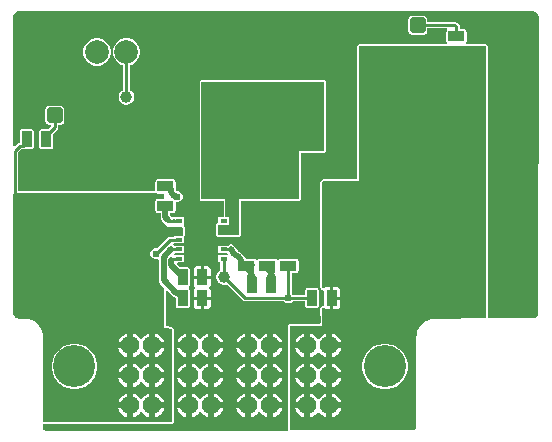
<source format=gbr>
%TF.GenerationSoftware,Altium Limited,Altium Designer,24.2.2 (26)*%
G04 Layer_Physical_Order=1*
G04 Layer_Color=255*
%FSLAX45Y45*%
%MOMM*%
%TF.SameCoordinates,3B1DD697-BB8E-4966-B076-04D6E0BCF24A*%
%TF.FilePolarity,Positive*%
%TF.FileFunction,Copper,L1,Top,Signal*%
%TF.Part,Single*%
G01*
G75*
%TA.AperFunction,SMDPad,CuDef*%
%ADD10R,1.30000X1.30000*%
%ADD11R,4.60000X3.40000*%
G04:AMPARAMS|DCode=12|XSize=1.6mm|YSize=3mm|CornerRadius=0.12mm|HoleSize=0mm|Usage=FLASHONLY|Rotation=180.000|XOffset=0mm|YOffset=0mm|HoleType=Round|Shape=RoundedRectangle|*
%AMROUNDEDRECTD12*
21,1,1.60000,2.76000,0,0,180.0*
21,1,1.36000,3.00000,0,0,180.0*
1,1,0.24000,-0.68000,1.38000*
1,1,0.24000,0.68000,1.38000*
1,1,0.24000,0.68000,-1.38000*
1,1,0.24000,-0.68000,-1.38000*
%
%ADD12ROUNDEDRECTD12*%
G04:AMPARAMS|DCode=13|XSize=1.4mm|YSize=0.9mm|CornerRadius=0.0675mm|HoleSize=0mm|Usage=FLASHONLY|Rotation=270.000|XOffset=0mm|YOffset=0mm|HoleType=Round|Shape=RoundedRectangle|*
%AMROUNDEDRECTD13*
21,1,1.40000,0.76500,0,0,270.0*
21,1,1.26500,0.90000,0,0,270.0*
1,1,0.13500,-0.38250,-0.63250*
1,1,0.13500,-0.38250,0.63250*
1,1,0.13500,0.38250,0.63250*
1,1,0.13500,0.38250,-0.63250*
%
%ADD13ROUNDEDRECTD13*%
G04:AMPARAMS|DCode=14|XSize=1.4mm|YSize=0.9mm|CornerRadius=0.0675mm|HoleSize=0mm|Usage=FLASHONLY|Rotation=0.000|XOffset=0mm|YOffset=0mm|HoleType=Round|Shape=RoundedRectangle|*
%AMROUNDEDRECTD14*
21,1,1.40000,0.76500,0,0,0.0*
21,1,1.26500,0.90000,0,0,0.0*
1,1,0.13500,0.63250,-0.38250*
1,1,0.13500,-0.63250,-0.38250*
1,1,0.13500,-0.63250,0.38250*
1,1,0.13500,0.63250,0.38250*
%
%ADD14ROUNDEDRECTD14*%
%ADD15C,1.00000*%
%ADD16R,3.30000X3.17500*%
G04:AMPARAMS|DCode=17|XSize=1.3mm|YSize=1.3mm|CornerRadius=0.13mm|HoleSize=0mm|Usage=FLASHONLY|Rotation=180.000|XOffset=0mm|YOffset=0mm|HoleType=Round|Shape=RoundedRectangle|*
%AMROUNDEDRECTD17*
21,1,1.30000,1.04000,0,0,180.0*
21,1,1.04000,1.30000,0,0,180.0*
1,1,0.26000,-0.52000,0.52000*
1,1,0.26000,0.52000,0.52000*
1,1,0.26000,0.52000,-0.52000*
1,1,0.26000,-0.52000,-0.52000*
%
%ADD17ROUNDEDRECTD17*%
%ADD18R,2.60000X3.00000*%
%ADD19R,0.60000X0.30000*%
G04:AMPARAMS|DCode=20|XSize=1.6mm|YSize=3mm|CornerRadius=0.12mm|HoleSize=0mm|Usage=FLASHONLY|Rotation=270.000|XOffset=0mm|YOffset=0mm|HoleType=Round|Shape=RoundedRectangle|*
%AMROUNDEDRECTD20*
21,1,1.60000,2.76000,0,0,270.0*
21,1,1.36000,3.00000,0,0,270.0*
1,1,0.24000,-1.38000,-0.68000*
1,1,0.24000,-1.38000,0.68000*
1,1,0.24000,1.38000,0.68000*
1,1,0.24000,1.38000,-0.68000*
%
%ADD20ROUNDEDRECTD20*%
%TA.AperFunction,Conductor*%
%ADD21C,0.25400*%
%ADD22C,0.50000*%
%ADD23C,0.50800*%
%TA.AperFunction,ComponentPad*%
%ADD24C,2.54000*%
%ADD25C,2.00000*%
%ADD26C,3.56000*%
%ADD27C,1.56000*%
%TA.AperFunction,ViaPad*%
%ADD28C,1.27000*%
%ADD29C,0.60960*%
%ADD30C,0.71120*%
G36*
X4615180Y945492D02*
X4183121Y943333D01*
X4181985Y943101D01*
X4180837Y943271D01*
X4170879Y942782D01*
X4167156Y941849D01*
X4163317D01*
X4143783Y937964D01*
X4139069Y936012D01*
X4134066Y935016D01*
X4115665Y927395D01*
X4111424Y924561D01*
X4106711Y922608D01*
X4090150Y911543D01*
X4086543Y907936D01*
X4082301Y905102D01*
X4068218Y891018D01*
X4065385Y886777D01*
X4061777Y883169D01*
X4050711Y866609D01*
X4048759Y861895D01*
X4045925Y857654D01*
X4038303Y839253D01*
X4037308Y834250D01*
X4035356Y829537D01*
X4031470Y810002D01*
Y806163D01*
X4030538Y802440D01*
X4030049Y792482D01*
X4030238Y791206D01*
X4029986Y789940D01*
Y35735D01*
X4028072Y26112D01*
X4024317Y17047D01*
X4018867Y8891D01*
X4011929Y1952D01*
X4009007Y0D01*
X2969260D01*
X2959100Y10160D01*
Y883920D01*
X3222679D01*
X3231796Y883919D01*
X3234333Y886457D01*
X3234316Y895576D01*
X3234075Y1031264D01*
X3246768Y1035127D01*
X3249411Y1031171D01*
X3260046Y1024066D01*
X3272590Y1021570D01*
X3298140D01*
Y1117600D01*
Y1213630D01*
X3272590D01*
X3260046Y1211134D01*
X3249411Y1204029D01*
X3246475Y1199635D01*
X3233768Y1203477D01*
X3232175Y2099223D01*
X3241147Y2108211D01*
X3543300Y2108197D01*
Y3251200D01*
X4615180D01*
Y945492D01*
D02*
G37*
G36*
X1987565Y1755665D02*
X1987311Y1756044D01*
X1986549Y1756383D01*
X1985279Y1756682D01*
X1983501Y1756942D01*
X1978421Y1757341D01*
X1962165Y1757660D01*
Y1783060D01*
X1966991Y1783080D01*
X1986549Y1784337D01*
X1987311Y1784676D01*
X1987565Y1785055D01*
Y1755665D01*
D02*
G37*
G36*
X1833170Y2004736D02*
X1841750Y2003029D01*
X1892300D01*
Y1959371D01*
X1841750D01*
X1833170Y1957664D01*
X1825896Y1952804D01*
X1821036Y1945530D01*
X1819329Y1936950D01*
Y1860450D01*
X1821036Y1851870D01*
X1825896Y1844596D01*
X1833170Y1839736D01*
X1841750Y1838029D01*
X1863564D01*
Y1803400D01*
X1866718Y1787543D01*
X1875700Y1774100D01*
X1927680Y1722120D01*
X2043672D01*
X2052608Y1713095D01*
X2051943Y1645920D01*
X1973391D01*
X1966319Y1638847D01*
X1941247D01*
X1941246Y1638848D01*
X1930344Y1636679D01*
X1921102Y1630504D01*
X1829146Y1538548D01*
X1814620D01*
X1797816Y1531587D01*
X1784955Y1518726D01*
X1777994Y1501922D01*
Y1483734D01*
X1784955Y1466930D01*
X1797816Y1454068D01*
X1814620Y1447108D01*
X1832808D01*
X1838972Y1449661D01*
X1849532Y1442605D01*
Y1268886D01*
X1852655Y1253185D01*
X1861549Y1239875D01*
X1894840Y1206583D01*
Y857250D01*
X1901190Y863600D01*
X1931456D01*
X1933396Y860696D01*
X1940670Y855836D01*
X1949250Y854129D01*
X1960880D01*
Y68580D01*
X867134D01*
Y788638D01*
X867073Y788943D01*
X867690Y793102D01*
X867200Y803060D01*
X866268Y806783D01*
Y810621D01*
X862382Y830156D01*
X860430Y834869D01*
X859435Y839872D01*
X851813Y858273D01*
X848979Y862515D01*
X847027Y867228D01*
X835961Y883788D01*
X832354Y887396D01*
X829520Y891637D01*
X815437Y905720D01*
X811196Y908554D01*
X807588Y912162D01*
X791028Y923227D01*
X786314Y925180D01*
X782073Y928014D01*
X763672Y935635D01*
X758669Y936631D01*
X753955Y938583D01*
X734421Y942468D01*
X730582D01*
X726859Y943401D01*
X716901Y943890D01*
X715624Y943701D01*
X714358Y943953D01*
X661194D01*
X651572Y945867D01*
X642508Y949621D01*
X634352Y955071D01*
X627415Y962008D01*
X621965Y970165D01*
X618211Y979228D01*
X616297Y988850D01*
Y993755D01*
X616295Y993762D01*
X616297Y993768D01*
X616047Y1997619D01*
X625026Y2006600D01*
X1830380D01*
X1833170Y2004736D01*
D02*
G37*
G36*
X5008849Y3549926D02*
X5008865Y3549929D01*
X5008880Y3549926D01*
X5014292D01*
X5024908Y3547814D01*
X5034907Y3543672D01*
X5043908Y3537658D01*
X5051562Y3530005D01*
X5057576Y3521004D01*
X5061718Y3511005D01*
X5063829Y3500388D01*
Y3495031D01*
X5061213Y991354D01*
X5061218Y991327D01*
X5061213Y991300D01*
Y986987D01*
X5059530Y978525D01*
X5056228Y970554D01*
X5051435Y963381D01*
X5045334Y957279D01*
X5038161Y952486D01*
X5030190Y949185D01*
X5021729Y947502D01*
X5017414D01*
X5017285Y947476D01*
X5017156Y947501D01*
X4640679Y945620D01*
X4631676Y954577D01*
Y3251200D01*
X4626844Y3262864D01*
X4615180Y3267696D01*
X4452953D01*
X4449365Y3276151D01*
X4448438Y3280396D01*
X4452764Y3286870D01*
X4454471Y3295450D01*
Y3371950D01*
X4452764Y3380530D01*
X4447904Y3387804D01*
X4440630Y3392664D01*
X4432050Y3394371D01*
X4397287D01*
Y3414121D01*
X4395119Y3425023D01*
X4388944Y3434265D01*
X4388943Y3434265D01*
X4374065Y3449144D01*
X4364823Y3455319D01*
X4353921Y3457488D01*
X4353920Y3457487D01*
X4122793D01*
Y3481000D01*
X4120601Y3492019D01*
X4114360Y3501360D01*
X4105019Y3507601D01*
X4094000Y3509793D01*
X3990000D01*
X3978981Y3507601D01*
X3969640Y3501360D01*
X3963399Y3492019D01*
X3961207Y3481000D01*
Y3377000D01*
X3963399Y3365981D01*
X3969640Y3356640D01*
X3978981Y3350399D01*
X3990000Y3348207D01*
X4094000D01*
X4105019Y3350399D01*
X4114360Y3356640D01*
X4120601Y3365981D01*
X4122793Y3377000D01*
Y3400513D01*
X4285857D01*
X4289709Y3387813D01*
X4289696Y3387804D01*
X4284836Y3380530D01*
X4283129Y3371950D01*
Y3295450D01*
X4284836Y3286870D01*
X4289162Y3280396D01*
X4288235Y3276151D01*
X4284647Y3267696D01*
X3543300D01*
X3531636Y3262864D01*
X3526804Y3251200D01*
Y2133674D01*
X3517824Y2124694D01*
X3241148Y2124707D01*
X3241140Y2124703D01*
X3241133Y2124706D01*
X3235324Y2122294D01*
X3229484Y2119876D01*
X3229480Y2119869D01*
X3229473Y2119865D01*
X3220500Y2110877D01*
X3220497Y2110870D01*
X3220490Y2110866D01*
X3218021Y2104876D01*
X3215679Y2099209D01*
X3215682Y2099202D01*
X3215679Y2099194D01*
X3217273Y1203448D01*
X3218827Y1199713D01*
X3219227Y1195688D01*
X3221163Y1194103D01*
X3222125Y1191792D01*
X3225865Y1190251D01*
X3228994Y1187688D01*
X3241701Y1183845D01*
X3250096Y1173406D01*
X3250169Y1171588D01*
Y1063232D01*
X3250144Y1061558D01*
X3241965Y1050908D01*
X3229272Y1047045D01*
X3226137Y1044467D01*
X3222390Y1042907D01*
X3221442Y1040607D01*
X3219520Y1039027D01*
X3219126Y1034988D01*
X3217579Y1031235D01*
X3217796Y909404D01*
X3208824Y900416D01*
X2959100D01*
X2947436Y895584D01*
X2942604Y883920D01*
Y10160D01*
X2945688Y2715D01*
X2939328Y-9990D01*
X910348Y-11596D01*
X906128D01*
X897772Y-9934D01*
X889899Y-6673D01*
X882816Y-1940D01*
X876791Y4085D01*
X872056Y11170D01*
X868796Y19041D01*
X867134Y27398D01*
Y52084D01*
X1960880D01*
X1972544Y56916D01*
X1977376Y68580D01*
Y854129D01*
X1972544Y865794D01*
X1960880Y870625D01*
X1950874D01*
X1947106Y871375D01*
X1945289Y872589D01*
X1945171Y872765D01*
X1943766Y873703D01*
X1943120Y875264D01*
X1938674Y877106D01*
X1934674Y879779D01*
X1933017Y879449D01*
X1931456Y880096D01*
X1911336D01*
Y1173494D01*
X1923069Y1178354D01*
X1968134Y1133289D01*
X1981445Y1124395D01*
X1986984Y1123293D01*
X1990429Y1119848D01*
Y1054350D01*
X1992136Y1045770D01*
X1996996Y1038496D01*
X2004270Y1033636D01*
X2012850Y1031929D01*
X2089350D01*
X2097930Y1033636D01*
X2105204Y1038496D01*
X2110064Y1045770D01*
X2111771Y1054350D01*
Y1180850D01*
X2110064Y1189430D01*
X2105204Y1196704D01*
X2101102Y1199444D01*
X2100342Y1202320D01*
Y1210680D01*
X2101102Y1213556D01*
X2105204Y1216296D01*
X2110064Y1223570D01*
X2111771Y1232150D01*
Y1358650D01*
X2110064Y1367230D01*
X2105204Y1374504D01*
X2097930Y1379364D01*
X2089350Y1381071D01*
X2029352D01*
X2003003Y1407420D01*
X2008263Y1420120D01*
X2062500D01*
Y1480600D01*
X1978655D01*
X1973969Y1491878D01*
X1981913Y1500120D01*
X2062500D01*
Y1560600D01*
X1981693D01*
X1970221Y1568265D01*
X1973598Y1580120D01*
X2062500D01*
Y1633742D01*
X2063491Y1634141D01*
X2063525Y1634222D01*
X2063607Y1634256D01*
X2065994Y1640019D01*
X2068438Y1645757D01*
X2069103Y1712932D01*
X2069086Y1712973D01*
X2069103Y1713014D01*
X2066723Y1718842D01*
X2064387Y1724643D01*
X2064346Y1724661D01*
X2064330Y1724702D01*
X2061638Y1727420D01*
X2062500Y1740120D01*
X2062500Y1740120D01*
Y1800600D01*
X1989861D01*
X1987565Y1801551D01*
X1986015Y1800909D01*
X1984370Y1801238D01*
X1972020Y1800600D01*
X1960776Y1805689D01*
X1959700Y1807300D01*
X1946436Y1820564D01*
Y1838029D01*
X1968250D01*
X1976830Y1839736D01*
X1984104Y1844596D01*
X1988964Y1851870D01*
X1990671Y1860450D01*
Y1926491D01*
X1995102Y1929453D01*
X2013291D01*
X2030095Y1936413D01*
X2042956Y1949274D01*
X2049916Y1966078D01*
Y1984267D01*
X2042956Y2001071D01*
X2030095Y2013932D01*
X2013291Y2020893D01*
X2004841D01*
X2003415Y2021845D01*
X1998412Y2022841D01*
X1991029Y2030224D01*
Y2043700D01*
X1990671Y2045499D01*
Y2101950D01*
X1988964Y2110530D01*
X1984104Y2117804D01*
X1976830Y2122664D01*
X1968250Y2124371D01*
X1841750D01*
X1833170Y2122664D01*
X1825896Y2117804D01*
X1821036Y2110530D01*
X1819329Y2101950D01*
Y2025450D01*
X1817397Y2023096D01*
X656489D01*
Y2349701D01*
X685036Y2378249D01*
X691449D01*
X692050Y2378129D01*
X768550D01*
X777130Y2379836D01*
X784404Y2384696D01*
X789264Y2391970D01*
X790971Y2400550D01*
Y2527050D01*
X789264Y2535630D01*
X784404Y2542904D01*
X777130Y2547764D01*
X768550Y2549471D01*
X692050D01*
X683470Y2547764D01*
X676196Y2542904D01*
X671336Y2535630D01*
X669629Y2527050D01*
Y2434506D01*
X662335Y2433055D01*
X653093Y2426880D01*
X653092Y2426879D01*
X627679Y2401467D01*
X615945Y2406325D01*
X615674Y3497593D01*
Y3502992D01*
X617785Y3513607D01*
X621928Y3523608D01*
X627941Y3532608D01*
X635595Y3540262D01*
X644595Y3546275D01*
X654596Y3550418D01*
X665212Y3552530D01*
X670593D01*
X5008849Y3549926D01*
D02*
G37*
%LPC*%
G36*
X3349090Y1213630D02*
X3323540D01*
Y1130300D01*
X3381870D01*
Y1180850D01*
X3379374Y1193394D01*
X3372269Y1204029D01*
X3361634Y1211134D01*
X3349090Y1213630D01*
D02*
G37*
G36*
X3381870Y1104900D02*
X3323540D01*
Y1021570D01*
X3349090D01*
X3361634Y1024066D01*
X3372269Y1031171D01*
X3379374Y1041806D01*
X3381870Y1054350D01*
Y1104900D01*
D02*
G37*
G36*
X3267310Y817042D02*
X3252799Y813153D01*
X3229221Y799540D01*
X3209970Y780289D01*
X3205060Y771786D01*
X3192360D01*
X3187451Y780289D01*
X3168199Y799540D01*
X3144621Y813153D01*
X3130110Y817042D01*
Y716800D01*
Y616558D01*
X3144621Y620447D01*
X3168199Y634059D01*
X3187451Y653311D01*
X3192360Y661814D01*
X3205060D01*
X3209970Y653311D01*
X3229221Y634059D01*
X3252799Y620447D01*
X3267310Y616558D01*
Y716800D01*
Y817042D01*
D02*
G37*
G36*
X3318110D02*
Y742200D01*
X3392952D01*
X3389064Y756711D01*
X3375451Y780289D01*
X3356199Y799540D01*
X3332621Y813153D01*
X3318110Y817042D01*
D02*
G37*
G36*
X3079310D02*
X3064799Y813153D01*
X3041221Y799540D01*
X3021970Y780289D01*
X3008357Y756711D01*
X3004468Y742200D01*
X3079310D01*
Y817042D01*
D02*
G37*
G36*
X3392952Y691400D02*
X3318110D01*
Y616558D01*
X3332621Y620447D01*
X3356199Y634059D01*
X3375451Y653311D01*
X3389064Y676889D01*
X3392952Y691400D01*
D02*
G37*
G36*
X3079310D02*
X3004468D01*
X3008357Y676889D01*
X3021970Y653311D01*
X3041221Y634059D01*
X3064799Y620447D01*
X3079310Y616558D01*
Y691400D01*
D02*
G37*
G36*
X3267310Y563042D02*
X3252799Y559153D01*
X3229221Y545540D01*
X3209970Y526289D01*
X3205060Y517786D01*
X3192360D01*
X3187451Y526289D01*
X3168199Y545540D01*
X3144621Y559153D01*
X3130110Y563042D01*
Y462800D01*
Y362558D01*
X3144621Y366447D01*
X3168199Y380059D01*
X3187451Y399311D01*
X3192360Y407814D01*
X3205060D01*
X3209970Y399311D01*
X3229221Y380059D01*
X3252799Y366447D01*
X3267310Y362558D01*
Y462800D01*
Y563042D01*
D02*
G37*
G36*
X3318110D02*
Y488200D01*
X3392952D01*
X3389064Y502711D01*
X3375451Y526289D01*
X3356199Y545540D01*
X3332621Y559153D01*
X3318110Y563042D01*
D02*
G37*
G36*
X3079310D02*
X3064799Y559153D01*
X3041221Y545540D01*
X3021970Y526289D01*
X3008357Y502711D01*
X3004468Y488200D01*
X3079310D01*
Y563042D01*
D02*
G37*
G36*
X3392952Y437400D02*
X3318110D01*
Y362558D01*
X3332621Y366447D01*
X3356199Y380059D01*
X3375451Y399311D01*
X3389064Y422889D01*
X3392952Y437400D01*
D02*
G37*
G36*
X3079310D02*
X3004468D01*
X3008357Y422889D01*
X3021970Y399311D01*
X3041221Y380059D01*
X3064799Y366447D01*
X3079310Y362558D01*
Y437400D01*
D02*
G37*
G36*
X3781742Y732040D02*
X3743678D01*
X3706344Y724614D01*
X3671177Y710047D01*
X3639527Y688899D01*
X3612611Y661983D01*
X3591463Y630334D01*
X3576896Y595166D01*
X3569470Y557833D01*
Y519768D01*
X3576896Y482434D01*
X3591463Y447267D01*
X3612611Y415617D01*
X3639527Y388701D01*
X3671177Y367553D01*
X3706344Y352986D01*
X3743678Y345560D01*
X3781742D01*
X3819076Y352986D01*
X3854243Y367553D01*
X3885893Y388701D01*
X3912809Y415617D01*
X3933957Y447267D01*
X3948524Y482434D01*
X3955950Y519768D01*
Y557833D01*
X3948524Y595166D01*
X3933957Y630334D01*
X3912809Y661983D01*
X3885893Y688899D01*
X3854243Y710047D01*
X3819076Y724614D01*
X3781742Y732040D01*
D02*
G37*
G36*
X3267310Y309042D02*
X3252799Y305153D01*
X3229221Y291540D01*
X3209970Y272289D01*
X3205060Y263786D01*
X3192360D01*
X3187451Y272289D01*
X3168199Y291540D01*
X3144621Y305153D01*
X3130110Y309042D01*
Y208800D01*
Y108558D01*
X3144621Y112447D01*
X3168199Y126059D01*
X3187451Y145311D01*
X3192360Y153814D01*
X3205060D01*
X3209970Y145311D01*
X3229221Y126059D01*
X3252799Y112447D01*
X3267310Y108558D01*
Y208800D01*
Y309042D01*
D02*
G37*
G36*
X3318110D02*
Y234200D01*
X3392952D01*
X3389064Y248711D01*
X3375451Y272289D01*
X3356199Y291540D01*
X3332621Y305153D01*
X3318110Y309042D01*
D02*
G37*
G36*
X3079310D02*
X3064799Y305153D01*
X3041221Y291540D01*
X3021970Y272289D01*
X3008357Y248711D01*
X3004468Y234200D01*
X3079310D01*
Y309042D01*
D02*
G37*
G36*
X3392952Y183400D02*
X3318110D01*
Y108558D01*
X3332621Y112447D01*
X3356199Y126059D01*
X3375451Y145311D01*
X3389064Y168889D01*
X3392952Y183400D01*
D02*
G37*
G36*
X3079310D02*
X3004468D01*
X3008357Y168889D01*
X3021970Y145311D01*
X3041221Y126059D01*
X3064799Y112447D01*
X3079310Y108558D01*
Y183400D01*
D02*
G37*
G36*
X1767310Y817042D02*
X1752799Y813153D01*
X1729221Y799540D01*
X1709970Y780289D01*
X1705060Y771786D01*
X1692360D01*
X1687451Y780289D01*
X1668199Y799540D01*
X1644621Y813153D01*
X1630110Y817042D01*
Y716800D01*
Y616558D01*
X1644621Y620447D01*
X1668199Y634059D01*
X1687451Y653311D01*
X1692360Y661814D01*
X1705060D01*
X1709970Y653311D01*
X1729221Y634059D01*
X1752799Y620447D01*
X1767310Y616558D01*
Y716800D01*
Y817042D01*
D02*
G37*
G36*
X1818110D02*
Y742200D01*
X1892952D01*
X1889064Y756711D01*
X1875451Y780289D01*
X1856199Y799540D01*
X1832621Y813153D01*
X1818110Y817042D01*
D02*
G37*
G36*
X1579310D02*
X1564799Y813153D01*
X1541221Y799540D01*
X1521970Y780289D01*
X1508357Y756711D01*
X1504468Y742200D01*
X1579310D01*
Y817042D01*
D02*
G37*
G36*
X1892952Y691400D02*
X1818110D01*
Y616558D01*
X1832621Y620447D01*
X1856199Y634059D01*
X1875451Y653311D01*
X1889064Y676889D01*
X1892952Y691400D01*
D02*
G37*
G36*
X1579310D02*
X1504468D01*
X1508357Y676889D01*
X1521970Y653311D01*
X1541221Y634059D01*
X1564799Y620447D01*
X1579310Y616558D01*
Y691400D01*
D02*
G37*
G36*
X1767310Y563042D02*
X1752799Y559153D01*
X1729221Y545540D01*
X1709970Y526289D01*
X1705060Y517786D01*
X1692360D01*
X1687451Y526289D01*
X1668199Y545540D01*
X1644621Y559153D01*
X1630110Y563042D01*
Y462800D01*
Y362558D01*
X1644621Y366447D01*
X1668199Y380059D01*
X1687451Y399311D01*
X1692360Y407814D01*
X1705060D01*
X1709970Y399311D01*
X1729221Y380059D01*
X1752799Y366447D01*
X1767310Y362558D01*
Y462800D01*
Y563042D01*
D02*
G37*
G36*
X1818110D02*
Y488200D01*
X1892952D01*
X1889064Y502711D01*
X1875451Y526289D01*
X1856199Y545540D01*
X1832621Y559153D01*
X1818110Y563042D01*
D02*
G37*
G36*
X1579310D02*
X1564799Y559153D01*
X1541221Y545540D01*
X1521970Y526289D01*
X1508357Y502711D01*
X1504468Y488200D01*
X1579310D01*
Y563042D01*
D02*
G37*
G36*
X1892952Y437400D02*
X1818110D01*
Y362558D01*
X1832621Y366447D01*
X1856199Y380059D01*
X1875451Y399311D01*
X1889064Y422889D01*
X1892952Y437400D01*
D02*
G37*
G36*
X1579310D02*
X1504468D01*
X1508357Y422889D01*
X1521970Y399311D01*
X1541221Y380059D01*
X1564799Y366447D01*
X1579310Y362558D01*
Y437400D01*
D02*
G37*
G36*
X1153743Y732040D02*
X1115678D01*
X1078344Y724614D01*
X1043177Y710047D01*
X1011527Y688899D01*
X984611Y661983D01*
X963463Y630334D01*
X948897Y595166D01*
X941470Y557833D01*
Y519768D01*
X948897Y482434D01*
X963463Y447267D01*
X984611Y415617D01*
X1011527Y388701D01*
X1043177Y367553D01*
X1078344Y352986D01*
X1115678Y345560D01*
X1153743D01*
X1191076Y352986D01*
X1226244Y367553D01*
X1257893Y388701D01*
X1284809Y415617D01*
X1305957Y447267D01*
X1320524Y482434D01*
X1327950Y519768D01*
Y557833D01*
X1320524Y595166D01*
X1305957Y630334D01*
X1284809Y661983D01*
X1257893Y688899D01*
X1226244Y710047D01*
X1191076Y724614D01*
X1153743Y732040D01*
D02*
G37*
G36*
X1767310Y309042D02*
X1752799Y305153D01*
X1729221Y291540D01*
X1709970Y272289D01*
X1705060Y263786D01*
X1692360D01*
X1687451Y272289D01*
X1668199Y291540D01*
X1644621Y305153D01*
X1630110Y309042D01*
Y208800D01*
Y108558D01*
X1644621Y112447D01*
X1668199Y126059D01*
X1687451Y145311D01*
X1692360Y153814D01*
X1705060D01*
X1709970Y145311D01*
X1729221Y126059D01*
X1752799Y112447D01*
X1767310Y108558D01*
Y208800D01*
Y309042D01*
D02*
G37*
G36*
X1818110D02*
Y234200D01*
X1892952D01*
X1889064Y248711D01*
X1875451Y272289D01*
X1856199Y291540D01*
X1832621Y305153D01*
X1818110Y309042D01*
D02*
G37*
G36*
X1579310D02*
X1564799Y305153D01*
X1541221Y291540D01*
X1521970Y272289D01*
X1508357Y248711D01*
X1504468Y234200D01*
X1579310D01*
Y309042D01*
D02*
G37*
G36*
X1892952Y183400D02*
X1818110D01*
Y108558D01*
X1832621Y112447D01*
X1856199Y126059D01*
X1875451Y145311D01*
X1889064Y168889D01*
X1892952Y183400D01*
D02*
G37*
G36*
X1579310D02*
X1504468D01*
X1508357Y168889D01*
X1521970Y145311D01*
X1541221Y126059D01*
X1564799Y112447D01*
X1579310Y108558D01*
Y183400D01*
D02*
G37*
G36*
X1339972Y3315640D02*
X1309628D01*
X1280319Y3307787D01*
X1254041Y3292615D01*
X1232585Y3271159D01*
X1217413Y3244881D01*
X1209560Y3215572D01*
Y3185228D01*
X1217413Y3155919D01*
X1232585Y3129641D01*
X1254041Y3108185D01*
X1280319Y3093013D01*
X1309628Y3085160D01*
X1339972D01*
X1369281Y3093013D01*
X1395559Y3108185D01*
X1417015Y3129641D01*
X1432187Y3155919D01*
X1440040Y3185228D01*
Y3215572D01*
X1432187Y3244881D01*
X1417015Y3271159D01*
X1395559Y3292615D01*
X1369281Y3307787D01*
X1339972Y3315640D01*
D02*
G37*
G36*
X1589972D02*
X1559628D01*
X1530319Y3307787D01*
X1504041Y3292615D01*
X1482585Y3271159D01*
X1467413Y3244881D01*
X1459560Y3215572D01*
Y3185228D01*
X1467413Y3155919D01*
X1482585Y3129641D01*
X1504041Y3108185D01*
X1530319Y3093013D01*
X1546313Y3088728D01*
Y2878285D01*
X1534742Y2871605D01*
X1522595Y2859458D01*
X1514006Y2844582D01*
X1509560Y2827989D01*
Y2810811D01*
X1514006Y2794218D01*
X1522595Y2779342D01*
X1534742Y2767195D01*
X1549618Y2758606D01*
X1566211Y2754160D01*
X1583389D01*
X1599982Y2758606D01*
X1614858Y2767195D01*
X1627005Y2779342D01*
X1635594Y2794218D01*
X1640040Y2810811D01*
Y2827989D01*
X1635594Y2844582D01*
X1627005Y2859458D01*
X1614858Y2871605D01*
X1603287Y2878285D01*
Y3088728D01*
X1619281Y3093013D01*
X1645559Y3108185D01*
X1667015Y3129641D01*
X1682187Y3155919D01*
X1690040Y3185228D01*
Y3215572D01*
X1682187Y3244881D01*
X1667015Y3271159D01*
X1645559Y3292615D01*
X1619281Y3307787D01*
X1589972Y3315640D01*
D02*
G37*
G36*
X1020600Y2747793D02*
X916600D01*
X905581Y2745601D01*
X896240Y2739360D01*
X889999Y2730019D01*
X887807Y2719000D01*
Y2615000D01*
X889999Y2603981D01*
X896240Y2594640D01*
X905581Y2588399D01*
X916600Y2586207D01*
X939163D01*
X939719Y2573507D01*
X915683Y2549471D01*
X857050D01*
X848470Y2547764D01*
X841196Y2542904D01*
X836336Y2535630D01*
X834629Y2527050D01*
Y2400550D01*
X836336Y2391970D01*
X841196Y2384696D01*
X848470Y2379836D01*
X857050Y2378129D01*
X933550D01*
X942130Y2379836D01*
X949404Y2384696D01*
X954264Y2391970D01*
X955971Y2400550D01*
Y2509183D01*
X988744Y2541956D01*
X994919Y2551198D01*
X997088Y2562100D01*
X997087Y2562101D01*
Y2586207D01*
X1020600D01*
X1031619Y2588399D01*
X1040960Y2594640D01*
X1047201Y2603981D01*
X1049393Y2615000D01*
Y2719000D01*
X1047201Y2730019D01*
X1040960Y2739360D01*
X1031619Y2745601D01*
X1020600Y2747793D01*
D02*
G37*
G36*
X3251200Y2962896D02*
X2209800D01*
X2198136Y2958064D01*
X2193304Y2946400D01*
Y1955800D01*
X2198136Y1944136D01*
X2209800Y1939304D01*
X2396504D01*
Y1800600D01*
X2352020D01*
Y1756417D01*
X2340836Y1751784D01*
X2336004Y1740120D01*
Y1651000D01*
X2340836Y1639336D01*
X2352500Y1634504D01*
X2527300D01*
X2538964Y1639336D01*
X2543796Y1651000D01*
Y1939304D01*
X3035300D01*
X3046964Y1944136D01*
X3051796Y1955800D01*
Y2345704D01*
X3251200Y2345704D01*
X3262864Y2350536D01*
X3267696Y2362200D01*
X3267696Y2946400D01*
X3262864Y2958064D01*
X3251200Y2962896D01*
D02*
G37*
G36*
X2457440Y1571796D02*
X2441583Y1568642D01*
X2430327Y1561121D01*
X2430150Y1561238D01*
X2428505Y1560909D01*
X2426955Y1561551D01*
X2424659Y1560600D01*
X2352020D01*
Y1500120D01*
X2424659D01*
X2426955Y1499169D01*
X2431571Y1492318D01*
X2426813Y1482506D01*
X2425117Y1480600D01*
X2352020D01*
Y1420120D01*
X2368773D01*
Y1352530D01*
X2360242Y1347605D01*
X2348095Y1335458D01*
X2339506Y1320582D01*
X2335060Y1303989D01*
Y1286811D01*
X2339506Y1270218D01*
X2348095Y1255342D01*
X2360242Y1243195D01*
X2375118Y1234606D01*
X2391711Y1230160D01*
X2408889D01*
X2421794Y1233618D01*
X2557956Y1097457D01*
X2557956Y1097456D01*
X2567198Y1091281D01*
X2578100Y1089112D01*
X2578101Y1089113D01*
X2910230D01*
X2920502Y1078841D01*
X2937306Y1071880D01*
X2955494D01*
X2972298Y1078841D01*
X2982570Y1089113D01*
X3085169D01*
Y1054350D01*
X3086876Y1045770D01*
X3091736Y1038496D01*
X3099010Y1033636D01*
X3107590Y1031929D01*
X3184090D01*
X3192670Y1033636D01*
X3199944Y1038496D01*
X3204804Y1045770D01*
X3206511Y1054350D01*
Y1180850D01*
X3204804Y1189430D01*
X3199944Y1196704D01*
X3192670Y1201564D01*
X3184090Y1203271D01*
X3107590D01*
X3099010Y1201564D01*
X3091736Y1196704D01*
X3086876Y1189430D01*
X3085169Y1180850D01*
Y1146087D01*
X2982570D01*
X2974887Y1153770D01*
Y1330029D01*
X3009650D01*
X3018230Y1331736D01*
X3025504Y1336596D01*
X3030364Y1343870D01*
X3032071Y1352450D01*
Y1428950D01*
X3030364Y1437530D01*
X3025504Y1444804D01*
X3018230Y1449664D01*
X3009650Y1451371D01*
X2883150D01*
X2874570Y1449664D01*
X2867296Y1444804D01*
X2864556Y1440702D01*
X2861680Y1439942D01*
X2853320D01*
X2850444Y1440702D01*
X2847704Y1444804D01*
X2840430Y1449664D01*
X2831850Y1451371D01*
X2705350D01*
X2696770Y1449664D01*
X2689496Y1444804D01*
X2686756Y1440702D01*
X2683880Y1439942D01*
X2675520D01*
X2672644Y1440702D01*
X2669904Y1444804D01*
X2662630Y1449664D01*
X2654050Y1451371D01*
X2585435D01*
X2584482Y1456159D01*
X2575500Y1469602D01*
X2545742Y1499360D01*
X2532299Y1508342D01*
X2527230Y1509350D01*
X2519773Y1516807D01*
X2518442Y1523497D01*
X2509460Y1536940D01*
X2486740Y1559660D01*
X2473297Y1568642D01*
X2457440Y1571796D01*
D02*
G37*
G36*
X2254350Y1391430D02*
X2228800D01*
Y1308100D01*
X2287130D01*
Y1358650D01*
X2284634Y1371194D01*
X2277529Y1381829D01*
X2266894Y1388934D01*
X2254350Y1391430D01*
D02*
G37*
G36*
X2203400D02*
X2177850D01*
X2165306Y1388934D01*
X2154671Y1381829D01*
X2147565Y1371194D01*
X2145070Y1358650D01*
Y1308100D01*
X2203400D01*
Y1391430D01*
D02*
G37*
G36*
X2287130Y1282700D02*
X2216100D01*
X2145070D01*
Y1232150D01*
X2147565Y1219606D01*
X2154671Y1208971D01*
Y1204029D01*
X2147565Y1193394D01*
X2145070Y1180850D01*
Y1130300D01*
X2216100D01*
X2287130D01*
Y1180850D01*
X2284634Y1193394D01*
X2277529Y1204029D01*
Y1208971D01*
X2284634Y1219606D01*
X2287130Y1232150D01*
Y1282700D01*
D02*
G37*
G36*
Y1104900D02*
X2228800D01*
Y1021570D01*
X2254350D01*
X2266894Y1024066D01*
X2277529Y1031171D01*
X2284634Y1041806D01*
X2287130Y1054350D01*
Y1104900D01*
D02*
G37*
G36*
X2203400D02*
X2145070D01*
Y1054350D01*
X2147565Y1041806D01*
X2154671Y1031171D01*
X2165306Y1024066D01*
X2177850Y1021570D01*
X2203400D01*
Y1104900D01*
D02*
G37*
G36*
X2767310Y817042D02*
X2752799Y813153D01*
X2729221Y799540D01*
X2709970Y780289D01*
X2705060Y771786D01*
X2692360D01*
X2687451Y780289D01*
X2668199Y799540D01*
X2644621Y813153D01*
X2630110Y817042D01*
Y716800D01*
Y616558D01*
X2644621Y620447D01*
X2668199Y634059D01*
X2687451Y653311D01*
X2692360Y661814D01*
X2705060D01*
X2709970Y653311D01*
X2729221Y634059D01*
X2752799Y620447D01*
X2767310Y616558D01*
Y716800D01*
Y817042D01*
D02*
G37*
G36*
X2267310D02*
X2252799Y813153D01*
X2229221Y799540D01*
X2209970Y780289D01*
X2205060Y771786D01*
X2192360D01*
X2187451Y780289D01*
X2168199Y799540D01*
X2144621Y813153D01*
X2130110Y817042D01*
Y716800D01*
Y616558D01*
X2144621Y620447D01*
X2168199Y634059D01*
X2187451Y653311D01*
X2192360Y661814D01*
X2205060D01*
X2209970Y653311D01*
X2229221Y634059D01*
X2252799Y620447D01*
X2267310Y616558D01*
Y716800D01*
Y817042D01*
D02*
G37*
G36*
X2818110D02*
Y742200D01*
X2892952D01*
X2889064Y756711D01*
X2875451Y780289D01*
X2856199Y799540D01*
X2832621Y813153D01*
X2818110Y817042D01*
D02*
G37*
G36*
X2579310D02*
X2564799Y813153D01*
X2541221Y799540D01*
X2521970Y780289D01*
X2508357Y756711D01*
X2504468Y742200D01*
X2579310D01*
Y817042D01*
D02*
G37*
G36*
X2318110D02*
Y742200D01*
X2392952D01*
X2389064Y756711D01*
X2375451Y780289D01*
X2356199Y799540D01*
X2332621Y813153D01*
X2318110Y817042D01*
D02*
G37*
G36*
X2079310D02*
X2064799Y813153D01*
X2041221Y799540D01*
X2021970Y780289D01*
X2008357Y756711D01*
X2004468Y742200D01*
X2079310D01*
Y817042D01*
D02*
G37*
G36*
X2892952Y691400D02*
X2818110D01*
Y616558D01*
X2832621Y620447D01*
X2856199Y634059D01*
X2875451Y653311D01*
X2889064Y676889D01*
X2892952Y691400D01*
D02*
G37*
G36*
X2579310D02*
X2504468D01*
X2508357Y676889D01*
X2521970Y653311D01*
X2541221Y634059D01*
X2564799Y620447D01*
X2579310Y616558D01*
Y691400D01*
D02*
G37*
G36*
X2392952D02*
X2318110D01*
Y616558D01*
X2332621Y620447D01*
X2356199Y634059D01*
X2375451Y653311D01*
X2389064Y676889D01*
X2392952Y691400D01*
D02*
G37*
G36*
X2079310D02*
X2004468D01*
X2008357Y676889D01*
X2021970Y653311D01*
X2041221Y634059D01*
X2064799Y620447D01*
X2079310Y616558D01*
Y691400D01*
D02*
G37*
G36*
X2767310Y563042D02*
X2752799Y559153D01*
X2729221Y545540D01*
X2709970Y526289D01*
X2705060Y517786D01*
X2692360D01*
X2687451Y526289D01*
X2668199Y545540D01*
X2644621Y559153D01*
X2630110Y563042D01*
Y462800D01*
Y362558D01*
X2644621Y366447D01*
X2668199Y380059D01*
X2687451Y399311D01*
X2692360Y407814D01*
X2705060D01*
X2709970Y399311D01*
X2729221Y380059D01*
X2752799Y366447D01*
X2767310Y362558D01*
Y462800D01*
Y563042D01*
D02*
G37*
G36*
X2267310D02*
X2252799Y559153D01*
X2229221Y545540D01*
X2209970Y526289D01*
X2205060Y517786D01*
X2192360D01*
X2187451Y526289D01*
X2168199Y545540D01*
X2144621Y559153D01*
X2130110Y563042D01*
Y462800D01*
Y362558D01*
X2144621Y366447D01*
X2168199Y380059D01*
X2187451Y399311D01*
X2192360Y407814D01*
X2205060D01*
X2209970Y399311D01*
X2229221Y380059D01*
X2252799Y366447D01*
X2267310Y362558D01*
Y462800D01*
Y563042D01*
D02*
G37*
G36*
X2818110D02*
Y488200D01*
X2892952D01*
X2889064Y502711D01*
X2875451Y526289D01*
X2856199Y545540D01*
X2832621Y559153D01*
X2818110Y563042D01*
D02*
G37*
G36*
X2579310D02*
X2564799Y559153D01*
X2541221Y545540D01*
X2521970Y526289D01*
X2508357Y502711D01*
X2504468Y488200D01*
X2579310D01*
Y563042D01*
D02*
G37*
G36*
X2318110D02*
Y488200D01*
X2392952D01*
X2389064Y502711D01*
X2375451Y526289D01*
X2356199Y545540D01*
X2332621Y559153D01*
X2318110Y563042D01*
D02*
G37*
G36*
X2079310D02*
X2064799Y559153D01*
X2041221Y545540D01*
X2021970Y526289D01*
X2008357Y502711D01*
X2004468Y488200D01*
X2079310D01*
Y563042D01*
D02*
G37*
G36*
X2892952Y437400D02*
X2818110D01*
Y362558D01*
X2832621Y366447D01*
X2856199Y380059D01*
X2875451Y399311D01*
X2889064Y422889D01*
X2892952Y437400D01*
D02*
G37*
G36*
X2579310D02*
X2504468D01*
X2508357Y422889D01*
X2521970Y399311D01*
X2541221Y380059D01*
X2564799Y366447D01*
X2579310Y362558D01*
Y437400D01*
D02*
G37*
G36*
X2392952D02*
X2318110D01*
Y362558D01*
X2332621Y366447D01*
X2356199Y380059D01*
X2375451Y399311D01*
X2389064Y422889D01*
X2392952Y437400D01*
D02*
G37*
G36*
X2079310D02*
X2004468D01*
X2008357Y422889D01*
X2021970Y399311D01*
X2041221Y380059D01*
X2064799Y366447D01*
X2079310Y362558D01*
Y437400D01*
D02*
G37*
G36*
X2767310Y309042D02*
X2752799Y305153D01*
X2729221Y291540D01*
X2709970Y272289D01*
X2705060Y263786D01*
X2692360D01*
X2687451Y272289D01*
X2668199Y291540D01*
X2644621Y305153D01*
X2630110Y309042D01*
Y208800D01*
Y108558D01*
X2644621Y112447D01*
X2668199Y126059D01*
X2687451Y145311D01*
X2692360Y153814D01*
X2705060D01*
X2709970Y145311D01*
X2729221Y126059D01*
X2752799Y112447D01*
X2767310Y108558D01*
Y208800D01*
Y309042D01*
D02*
G37*
G36*
X2267310D02*
X2252799Y305153D01*
X2229221Y291540D01*
X2209970Y272289D01*
X2205060Y263786D01*
X2192360D01*
X2187451Y272289D01*
X2168199Y291540D01*
X2144621Y305153D01*
X2130110Y309042D01*
Y208800D01*
Y108558D01*
X2144621Y112447D01*
X2168199Y126059D01*
X2187451Y145311D01*
X2192360Y153814D01*
X2205060D01*
X2209970Y145311D01*
X2229221Y126059D01*
X2252799Y112447D01*
X2267310Y108558D01*
Y208800D01*
Y309042D01*
D02*
G37*
G36*
X2818110D02*
Y234200D01*
X2892952D01*
X2889064Y248711D01*
X2875451Y272289D01*
X2856199Y291540D01*
X2832621Y305153D01*
X2818110Y309042D01*
D02*
G37*
G36*
X2579310D02*
X2564799Y305153D01*
X2541221Y291540D01*
X2521970Y272289D01*
X2508357Y248711D01*
X2504468Y234200D01*
X2579310D01*
Y309042D01*
D02*
G37*
G36*
X2318110D02*
Y234200D01*
X2392952D01*
X2389064Y248711D01*
X2375451Y272289D01*
X2356199Y291540D01*
X2332621Y305153D01*
X2318110Y309042D01*
D02*
G37*
G36*
X2079310D02*
X2064799Y305153D01*
X2041221Y291540D01*
X2021970Y272289D01*
X2008357Y248711D01*
X2004468Y234200D01*
X2079310D01*
Y309042D01*
D02*
G37*
G36*
X2892952Y183400D02*
X2818110D01*
Y108558D01*
X2832621Y112447D01*
X2856199Y126059D01*
X2875451Y145311D01*
X2889064Y168889D01*
X2892952Y183400D01*
D02*
G37*
G36*
X2579310D02*
X2504468D01*
X2508357Y168889D01*
X2521970Y145311D01*
X2541221Y126059D01*
X2564799Y112447D01*
X2579310Y108558D01*
Y183400D01*
D02*
G37*
G36*
X2392952D02*
X2318110D01*
Y108558D01*
X2332621Y112447D01*
X2356199Y126059D01*
X2375451Y145311D01*
X2389064Y168889D01*
X2392952Y183400D01*
D02*
G37*
G36*
X2079310D02*
X2004468D01*
X2008357Y168889D01*
X2021970Y145311D01*
X2041221Y126059D01*
X2064799Y112447D01*
X2079310Y108558D01*
Y183400D01*
D02*
G37*
%LPD*%
G36*
X3251200Y2362200D02*
X3035300Y2362200D01*
Y1955800D01*
X2527300D01*
Y1651000D01*
X2352500D01*
Y1740120D01*
X2442500D01*
Y1800600D01*
X2413000D01*
Y1955800D01*
X2209800D01*
Y2946400D01*
X3251200D01*
X3251200Y2362200D01*
D02*
G37*
G36*
X2427209Y1544676D02*
X2427971Y1544337D01*
X2429241Y1544038D01*
X2431019Y1543778D01*
X2436099Y1543379D01*
X2452355Y1543060D01*
Y1517660D01*
X2447529Y1517640D01*
X2427971Y1516383D01*
X2427209Y1516044D01*
X2426955Y1515665D01*
Y1545055D01*
X2427209Y1544676D01*
D02*
G37*
G36*
X2652625Y1349600D02*
X2660121Y1349935D01*
X2658968Y1347674D01*
X2658058Y1344706D01*
X2657392Y1341030D01*
X2656969Y1336647D01*
X2656789Y1331557D01*
X2656810Y1330868D01*
X2658760Y1325371D01*
X2661195Y1319899D01*
X2663951Y1314910D01*
X2667030Y1310405D01*
X2670431Y1306385D01*
X2674153Y1302849D01*
X2678197Y1299796D01*
X2659079Y1299329D01*
X2659540Y1295496D01*
X2608319D01*
X2607918Y1298079D01*
X2590979Y1297665D01*
X2593653Y1302061D01*
X2595956Y1306690D01*
X2597888Y1311551D01*
X2599449Y1316646D01*
X2600638Y1321973D01*
X2601158Y1325503D01*
X2599972Y1328482D01*
X2596949Y1334080D01*
X2593550Y1338619D01*
X2589777Y1342099D01*
X2585629Y1344520D01*
X2581106Y1345881D01*
X2576209Y1346183D01*
X2601508Y1347315D01*
X2601016Y1352104D01*
X2652237D01*
X2652625Y1349600D01*
D02*
G37*
G36*
X2825809Y1347604D02*
X2836496Y1347804D01*
X2834445Y1345977D01*
X2832610Y1343386D01*
X2830990Y1340028D01*
X2829587Y1335904D01*
X2828399Y1331015D01*
X2827835Y1327729D01*
X2828500Y1324390D01*
X2830074Y1318824D01*
X2831999Y1313845D01*
X2834273Y1309453D01*
X2836898Y1305647D01*
X2839872Y1302428D01*
X2843196Y1299796D01*
X2825759D01*
X2825700Y1295079D01*
X2774900D01*
X2774778Y1299796D01*
X2757403D01*
X2760728Y1302428D01*
X2763702Y1305647D01*
X2766327Y1309453D01*
X2768601Y1313845D01*
X2770526Y1318824D01*
X2771947Y1323846D01*
X2770836Y1328013D01*
X2768550Y1333644D01*
X2765756Y1338234D01*
X2762454Y1341783D01*
X2758644Y1344291D01*
X2754326Y1345758D01*
X2749500Y1346183D01*
X2774770Y1346654D01*
X2774900Y1352521D01*
X2825700D01*
X2825809Y1347604D01*
D02*
G37*
D10*
X2057400Y2328600D02*
D03*
Y2514600D02*
D03*
D11*
X2452400Y2421600D02*
D03*
D12*
X4828200Y2235200D02*
D03*
X4468200D02*
D03*
X4828200Y2565400D02*
D03*
X4468200D02*
D03*
Y1905000D02*
D03*
X4828200D02*
D03*
D13*
X1987500Y939800D02*
D03*
X1822500D02*
D03*
X4540300Y2819400D02*
D03*
X4705300D02*
D03*
Y2997200D02*
D03*
X4540300D02*
D03*
X3310840Y1117600D02*
D03*
X3145840D02*
D03*
X2635300Y1231900D02*
D03*
X2800300D02*
D03*
X2216100Y1117600D02*
D03*
X2051100D02*
D03*
X730300Y2463800D02*
D03*
X895300D02*
D03*
X2216100Y1295400D02*
D03*
X2051100D02*
D03*
X4705300Y3175000D02*
D03*
X4540300D02*
D03*
D14*
X1727200Y2089100D02*
D03*
Y1924100D02*
D03*
X4368800Y3333700D02*
D03*
Y3168700D02*
D03*
X2768600Y1555700D02*
D03*
Y1390700D02*
D03*
X2590800Y1555700D02*
D03*
Y1390700D02*
D03*
X1905000Y2063700D02*
D03*
Y1898700D02*
D03*
X2946400Y1555700D02*
D03*
Y1390700D02*
D03*
D15*
X2362200Y2870200D02*
D03*
X2400300Y1295400D02*
D03*
X1574800Y2819400D02*
D03*
D16*
X2971800Y2664460D02*
D03*
X4114800D02*
D03*
D17*
X4042000Y3429000D02*
D03*
X3832000D02*
D03*
X968600Y2667000D02*
D03*
X758600D02*
D03*
D18*
X2207260Y1610360D02*
D03*
D19*
X2017260Y1770360D02*
D03*
Y1690360D02*
D03*
Y1610360D02*
D03*
Y1530360D02*
D03*
Y1450360D02*
D03*
X2397260Y1770360D02*
D03*
Y1690360D02*
D03*
Y1610360D02*
D03*
Y1530360D02*
D03*
Y1450360D02*
D03*
D20*
X812800Y1852000D02*
D03*
Y2212000D02*
D03*
X1143000Y1852000D02*
D03*
Y2212000D02*
D03*
X1473200Y1852000D02*
D03*
Y2212000D02*
D03*
D21*
X1574800Y2819400D02*
Y3200400D01*
X730300Y2439037D02*
Y2463800D01*
X628002Y1731659D02*
Y2361501D01*
X673236Y2406736D01*
X698000D01*
X730300Y2439037D01*
X628002Y1731659D02*
X752720Y1606940D01*
X4042000Y3429000D02*
X4353921D01*
X4368800Y3414121D01*
Y3333700D02*
Y3414121D01*
X1955800Y1442720D02*
X1963440Y1450360D01*
X1941246Y1610360D02*
X2017260D01*
X1823714Y1492828D02*
X1941246Y1610360D01*
X1963440Y1450360D02*
X2017260D01*
X1954520Y1530360D02*
X2017260D01*
X3143300Y1117600D02*
X3156000Y1130300D01*
X2946400Y1117600D02*
X3143300D01*
X752720Y1606940D02*
X806060D01*
X825500Y1587500D01*
X895300Y2488800D02*
X968600Y2562100D01*
X895300Y2463800D02*
Y2488800D01*
X968600Y2562100D02*
Y2667000D01*
X2946400Y1117600D02*
Y1390700D01*
X2405446Y1290254D02*
X2578100Y1117600D01*
X2946400D01*
X2397260Y1530360D02*
X2457440D01*
X2397260Y1336540D02*
X2413000Y1320800D01*
X2397260Y1336540D02*
Y1450360D01*
X1938040Y1770360D02*
X2017260D01*
X1930400Y1778000D02*
X1938040Y1770360D01*
X2035101Y1279401D02*
Y1311399D01*
Y1279401D02*
X2051100Y1295400D01*
D22*
X1950000Y2013230D02*
X1979290Y1983940D01*
X1987714D02*
X1991001Y1980653D01*
X1995751D02*
X2001231Y1975173D01*
X1950000Y2013230D02*
Y2043700D01*
X1979290Y1983940D02*
X1987714D01*
X1991001Y1980653D02*
X1995751D01*
X2001231Y1975173D02*
X2004196D01*
X1930000Y2063700D02*
X1950000Y2043700D01*
X1905000Y2063700D02*
X1930000D01*
X1890560Y1268886D02*
Y1469743D01*
X1955800Y1396600D02*
X2054860Y1297540D01*
X1955800Y1396600D02*
Y1442720D01*
X1890560Y1469743D02*
X1951177Y1530360D01*
X1954520D01*
X1890560Y1268886D02*
X1997146Y1162300D01*
X2006000D01*
X2051100Y1117200D01*
X2054860Y1272540D02*
Y1297540D01*
X2051100Y1092200D02*
Y1117200D01*
D23*
X2516442Y1470060D02*
X2546200Y1440302D01*
Y1410300D02*
Y1440302D01*
X2457440Y1530360D02*
X2480160Y1507640D01*
Y1497820D02*
X2507921Y1470060D01*
X2516442D01*
X2546200Y1410300D02*
X2559500Y1397000D01*
X2480160Y1497820D02*
Y1507640D01*
X2559500Y1397000D02*
X2634921D01*
X2800300Y1257300D02*
Y1397100D01*
X2794000Y1403400D02*
X2800300Y1397100D01*
X2625750Y1358900D02*
Y1387550D01*
Y1358900D02*
X2638450Y1260450D01*
X1905000Y1803400D02*
X1930400Y1778000D01*
X1905000Y1803400D02*
Y1898700D01*
D24*
X1295400Y2590800D02*
D03*
X2603500Y3111500D02*
D03*
X4064000Y1094740D02*
D03*
X825500Y1206500D02*
D03*
D25*
X1324800Y3200400D02*
D03*
X1574800D02*
D03*
X1824800D02*
D03*
D26*
X3762710Y538800D02*
D03*
X1134710D02*
D03*
D27*
X1792710Y208800D02*
D03*
X1604710D02*
D03*
X1792710Y462800D02*
D03*
X1604710D02*
D03*
X1792710Y716800D02*
D03*
X1604710D02*
D03*
X3292710Y208800D02*
D03*
X3104710D02*
D03*
X3292710Y462800D02*
D03*
X3104710D02*
D03*
X3292710Y716800D02*
D03*
X3104710D02*
D03*
X2792710Y208800D02*
D03*
X2604710D02*
D03*
X2792710Y462800D02*
D03*
X2604710D02*
D03*
X2792710Y716800D02*
D03*
X2604710D02*
D03*
X2292710Y208800D02*
D03*
X2104710D02*
D03*
X2292710Y462800D02*
D03*
X2104710D02*
D03*
X2292710Y716800D02*
D03*
X2104710D02*
D03*
D28*
X4883150Y3238500D02*
D03*
Y1333500D02*
D03*
X4724400Y1016000D02*
D03*
X3295650Y3238500D02*
D03*
X3454400Y2921000D02*
D03*
Y2286000D02*
D03*
X2978150Y3238500D02*
D03*
X3136900Y1651000D02*
D03*
X2819400Y1016000D02*
D03*
X2343150Y3238500D02*
D03*
X2501900Y1016000D02*
D03*
X2025650Y3238500D02*
D03*
X1866900Y2921000D02*
D03*
X1708150Y2603500D02*
D03*
X1866900Y2286000D02*
D03*
X1073150Y3238500D02*
D03*
X1231900Y2921000D02*
D03*
X755650Y3238500D02*
D03*
X914400Y2921000D02*
D03*
X1574800Y1574800D02*
D03*
X2336800Y2057400D02*
D03*
X4978400Y3098800D02*
D03*
Y2794000D02*
D03*
Y2057400D02*
D03*
Y2413000D02*
D03*
X4846398Y1143628D02*
D03*
X4839863Y1622919D02*
D03*
X4445000Y1079500D02*
D03*
Y1460500D02*
D03*
X4064000Y3048000D02*
D03*
X3683000D02*
D03*
X3810000Y127000D02*
D03*
X3556000D02*
D03*
X1333500Y190500D02*
D03*
X1016000D02*
D03*
X1587500Y952500D02*
D03*
X1206500D02*
D03*
X825500Y1587500D02*
D03*
X1206500D02*
D03*
Y1270000D02*
D03*
X1587500D02*
D03*
X3683000Y2667000D02*
D03*
X4064000Y2286000D02*
D03*
X3683000D02*
D03*
X4064000Y1841500D02*
D03*
Y1460500D02*
D03*
X3683000Y1841500D02*
D03*
Y1460500D02*
D03*
Y1016000D02*
D03*
X2895600Y2082800D02*
D03*
X2616200Y2057400D02*
D03*
Y2819400D02*
D03*
D29*
X2004196Y1975173D02*
D03*
X1823714Y1492828D02*
D03*
X2946400Y1117600D02*
D03*
X2463800Y1905000D02*
D03*
D30*
X2266460Y1508760D02*
D03*
X2142260D02*
D03*
X2266460Y1610360D02*
D03*
X2142260D02*
D03*
X2266460Y1711960D02*
D03*
X2142260D02*
D03*
%TF.MD5,4ddb01f08d52b2a3599071307e84ca91*%
M02*

</source>
